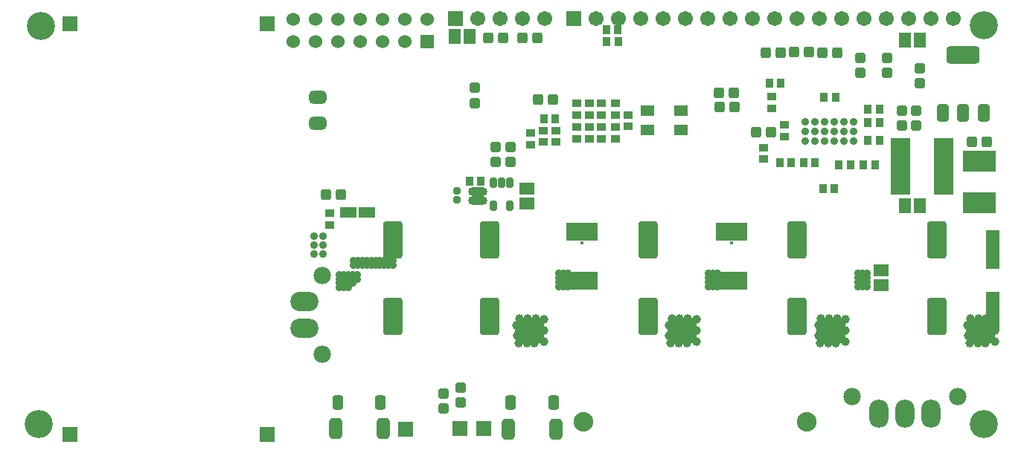
<source format=gbs>
G04*
G04 #@! TF.GenerationSoftware,Altium Limited,Altium Designer,20.0.11 (256)*
G04*
G04 Layer_Color=16711935*
%FSLAX25Y25*%
%MOIN*%
G70*
G01*
G75*
G04:AMPARAMS|DCode=50|XSize=59.18mil|YSize=94.61mil|CornerRadius=16.8mil|HoleSize=0mil|Usage=FLASHONLY|Rotation=0.000|XOffset=0mil|YOffset=0mil|HoleType=Round|Shape=RoundedRectangle|*
%AMROUNDEDRECTD50*
21,1,0.05918,0.06102,0,0,0.0*
21,1,0.02559,0.09461,0,0,0.0*
1,1,0.03359,0.01280,-0.03051*
1,1,0.03359,-0.01280,-0.03051*
1,1,0.03359,-0.01280,0.03051*
1,1,0.03359,0.01280,0.03051*
%
%ADD50ROUNDEDRECTD50*%
%ADD56C,0.01784*%
%ADD57R,0.07493X0.04737*%
%ADD58R,0.04147X0.03556*%
G04:AMPARAMS|DCode=62|XSize=47.37mil|YSize=43.43mil|CornerRadius=8.43mil|HoleSize=0mil|Usage=FLASHONLY|Rotation=90.000|XOffset=0mil|YOffset=0mil|HoleType=Round|Shape=RoundedRectangle|*
%AMROUNDEDRECTD62*
21,1,0.04737,0.02657,0,0,90.0*
21,1,0.03051,0.04343,0,0,90.0*
1,1,0.01686,0.01329,0.01526*
1,1,0.01686,0.01329,-0.01526*
1,1,0.01686,-0.01329,-0.01526*
1,1,0.01686,-0.01329,0.01526*
%
%ADD62ROUNDEDRECTD62*%
G04:AMPARAMS|DCode=63|XSize=47.37mil|YSize=43.43mil|CornerRadius=8.43mil|HoleSize=0mil|Usage=FLASHONLY|Rotation=180.000|XOffset=0mil|YOffset=0mil|HoleType=Round|Shape=RoundedRectangle|*
%AMROUNDEDRECTD63*
21,1,0.04737,0.02657,0,0,180.0*
21,1,0.03051,0.04343,0,0,180.0*
1,1,0.01686,-0.01526,0.01329*
1,1,0.01686,0.01526,0.01329*
1,1,0.01686,0.01526,-0.01329*
1,1,0.01686,-0.01526,-0.01329*
%
%ADD63ROUNDEDRECTD63*%
G04:AMPARAMS|DCode=66|XSize=31.62mil|YSize=31.62mil|CornerRadius=6.36mil|HoleSize=0mil|Usage=FLASHONLY|Rotation=180.000|XOffset=0mil|YOffset=0mil|HoleType=Round|Shape=RoundedRectangle|*
%AMROUNDEDRECTD66*
21,1,0.03162,0.01890,0,0,180.0*
21,1,0.01890,0.03162,0,0,180.0*
1,1,0.01272,-0.00945,0.00945*
1,1,0.01272,0.00945,0.00945*
1,1,0.01272,0.00945,-0.00945*
1,1,0.01272,-0.00945,-0.00945*
%
%ADD66ROUNDEDRECTD66*%
%ADD68R,0.06800X0.06800*%
%ADD69R,0.06000X0.06000*%
%ADD70C,0.06000*%
%ADD71C,0.07800*%
%ADD72O,0.12611X0.08674*%
G04:AMPARAMS|DCode=73|XSize=49.34mil|YSize=65.48mil|CornerRadius=14.34mil|HoleSize=0mil|Usage=FLASHONLY|Rotation=0.000|XOffset=0mil|YOffset=0mil|HoleType=Round|Shape=RoundedRectangle|*
%AMROUNDEDRECTD73*
21,1,0.04934,0.03681,0,0,0.0*
21,1,0.02067,0.06548,0,0,0.0*
1,1,0.02867,0.01034,-0.01841*
1,1,0.02867,-0.01034,-0.01841*
1,1,0.02867,-0.01034,0.01841*
1,1,0.02867,0.01034,0.01841*
%
%ADD73ROUNDEDRECTD73*%
%ADD74C,0.08800*%
%ADD75O,0.08674X0.12611*%
%ADD76C,0.12611*%
%ADD77C,0.06706*%
%ADD78R,0.06706X0.06706*%
%ADD79C,0.03556*%
%ADD80C,0.03950*%
%ADD132R,0.06299X0.17717*%
G04:AMPARAMS|DCode=133|XSize=57.21mil|YSize=76.9mil|CornerRadius=16.3mil|HoleSize=0mil|Usage=FLASHONLY|Rotation=90.000|XOffset=0mil|YOffset=0mil|HoleType=Round|Shape=RoundedRectangle|*
%AMROUNDEDRECTD133*
21,1,0.05721,0.04429,0,0,90.0*
21,1,0.02461,0.07690,0,0,90.0*
1,1,0.03261,0.02215,0.01230*
1,1,0.03261,0.02215,-0.01230*
1,1,0.03261,-0.02215,-0.01230*
1,1,0.03261,-0.02215,0.01230*
%
%ADD133ROUNDEDRECTD133*%
%ADD134R,0.06312X0.04737*%
%ADD135R,0.14580X0.09658*%
%ADD136R,0.14383X0.07887*%
%ADD137R,0.08595X0.25288*%
%ADD138R,0.05721X0.06509*%
%ADD139R,0.06509X0.05721*%
%ADD140R,0.03556X0.04147*%
%ADD141O,0.08674X0.03950*%
G04:AMPARAMS|DCode=142|XSize=145.8mil|YSize=76.9mil|CornerRadius=12.61mil|HoleSize=0mil|Usage=FLASHONLY|Rotation=180.000|XOffset=0mil|YOffset=0mil|HoleType=Round|Shape=RoundedRectangle|*
%AMROUNDEDRECTD142*
21,1,0.14580,0.05167,0,0,180.0*
21,1,0.12057,0.07690,0,0,180.0*
1,1,0.02522,-0.06029,0.02584*
1,1,0.02522,0.06029,0.02584*
1,1,0.02522,0.06029,-0.02584*
1,1,0.02522,-0.06029,-0.02584*
%
%ADD142ROUNDEDRECTD142*%
G04:AMPARAMS|DCode=143|XSize=51.31mil|YSize=76.9mil|CornerRadius=9.41mil|HoleSize=0mil|Usage=FLASHONLY|Rotation=180.000|XOffset=0mil|YOffset=0mil|HoleType=Round|Shape=RoundedRectangle|*
%AMROUNDEDRECTD143*
21,1,0.05131,0.05807,0,0,180.0*
21,1,0.03248,0.07690,0,0,180.0*
1,1,0.01883,-0.01624,0.02904*
1,1,0.01883,0.01624,0.02904*
1,1,0.01883,0.01624,-0.02904*
1,1,0.01883,-0.01624,-0.02904*
%
%ADD143ROUNDEDRECTD143*%
G04:AMPARAMS|DCode=144|XSize=51.31mil|YSize=76.9mil|CornerRadius=9.41mil|HoleSize=0mil|Usage=FLASHONLY|Rotation=180.000|XOffset=0mil|YOffset=0mil|HoleType=Round|Shape=RoundedRectangle|*
%AMROUNDEDRECTD144*
21,1,0.05131,0.05807,0,0,180.0*
21,1,0.03248,0.07690,0,0,180.0*
1,1,0.01883,-0.01624,0.02904*
1,1,0.01883,0.01624,0.02904*
1,1,0.01883,0.01624,-0.02904*
1,1,0.01883,-0.01624,-0.02904*
%
%ADD144ROUNDEDRECTD144*%
G04:AMPARAMS|DCode=145|XSize=31.62mil|YSize=47.37mil|CornerRadius=6.95mil|HoleSize=0mil|Usage=FLASHONLY|Rotation=0.000|XOffset=0mil|YOffset=0mil|HoleType=Round|Shape=RoundedRectangle|*
%AMROUNDEDRECTD145*
21,1,0.03162,0.03347,0,0,0.0*
21,1,0.01772,0.04737,0,0,0.0*
1,1,0.01391,0.00886,-0.01673*
1,1,0.01391,-0.00886,-0.01673*
1,1,0.01391,-0.00886,0.01673*
1,1,0.01391,0.00886,0.01673*
%
%ADD145ROUNDEDRECTD145*%
G04:AMPARAMS|DCode=146|XSize=86.74mil|YSize=169.42mil|CornerRadius=13.84mil|HoleSize=0mil|Usage=FLASHONLY|Rotation=180.000|XOffset=0mil|YOffset=0mil|HoleType=Round|Shape=RoundedRectangle|*
%AMROUNDEDRECTD146*
21,1,0.08674,0.14173,0,0,180.0*
21,1,0.05906,0.16942,0,0,180.0*
1,1,0.02769,-0.02953,0.07087*
1,1,0.02769,0.02953,0.07087*
1,1,0.02769,0.02953,-0.07087*
1,1,0.02769,-0.02953,-0.07087*
%
%ADD146ROUNDEDRECTD146*%
G36*
X222152Y55118D02*
X222152Y47638D01*
X224120Y45669D01*
X235144Y45669D01*
Y57086D01*
X227270D01*
X224120Y57086D01*
X222152Y55118D01*
D02*
G37*
G36*
X290262Y55118D02*
X290262Y47638D01*
X292231Y45669D01*
X303254Y45669D01*
Y57086D01*
X295380D01*
X292231Y57086D01*
X290262Y55118D01*
D02*
G37*
G36*
X357191D02*
X357191Y47638D01*
X359160Y45669D01*
X370183Y45669D01*
Y57086D01*
X362309D01*
X359160Y57086D01*
X357191Y55118D01*
D02*
G37*
G36*
X424121Y55118D02*
X424120Y47638D01*
X426089Y45669D01*
X437113Y45669D01*
Y57086D01*
X429239D01*
X426089Y57086D01*
X424121Y55118D01*
D02*
G37*
D50*
X218972Y7000D02*
D03*
X240428D02*
D03*
X141572Y7100D02*
D03*
X163028D02*
D03*
D56*
X252073Y90551D02*
D03*
Y92520D02*
D03*
X319002Y90551D02*
D03*
Y92520D02*
D03*
D57*
X147366Y104100D02*
D03*
X155634D02*
D03*
D58*
X228930Y134647D02*
D03*
Y139765D02*
D03*
X255308Y148033D02*
D03*
Y153151D02*
D03*
X260820Y148033D02*
D03*
Y153151D02*
D03*
X267119Y137403D02*
D03*
Y142521D02*
D03*
X255308Y137403D02*
D03*
Y142521D02*
D03*
X249796Y153151D02*
D03*
Y148033D02*
D03*
X267119D02*
D03*
Y153151D02*
D03*
X249796Y142521D02*
D03*
Y137403D02*
D03*
X260820Y142521D02*
D03*
Y137403D02*
D03*
X272631Y148033D02*
D03*
Y142915D02*
D03*
X240347Y135828D02*
D03*
Y140946D02*
D03*
X342600Y143459D02*
D03*
Y138341D02*
D03*
X337009Y151065D02*
D03*
Y156183D02*
D03*
X333465Y133349D02*
D03*
Y128231D02*
D03*
X234835Y135828D02*
D03*
Y140946D02*
D03*
X139100Y103859D02*
D03*
Y98741D02*
D03*
D62*
X137253Y112300D02*
D03*
X143947D02*
D03*
X232147Y182700D02*
D03*
X225453D02*
D03*
X216846D02*
D03*
X210154D02*
D03*
X336846Y140400D02*
D03*
X330153Y140400D02*
D03*
X320346Y151500D02*
D03*
X313653D02*
D03*
X319947Y158000D02*
D03*
X313253D02*
D03*
X359647Y176065D02*
D03*
X366339D02*
D03*
X347048Y176154D02*
D03*
X353741D02*
D03*
X334450Y176065D02*
D03*
X341143D02*
D03*
X238947Y155000D02*
D03*
X232254D02*
D03*
X426728Y136080D02*
D03*
X433421D02*
D03*
D63*
X401576Y143191D02*
D03*
Y149884D02*
D03*
X395276Y143191D02*
D03*
Y149884D02*
D03*
X388583Y166813D02*
D03*
Y173506D02*
D03*
X403400Y169046D02*
D03*
Y162353D02*
D03*
X376772Y173506D02*
D03*
Y166813D02*
D03*
X213400Y133647D02*
D03*
Y126953D02*
D03*
X220100Y126953D02*
D03*
Y133647D02*
D03*
X197700Y25646D02*
D03*
X197700Y18953D02*
D03*
X190200Y22946D02*
D03*
Y16253D02*
D03*
X204200Y160093D02*
D03*
Y153400D02*
D03*
D66*
X195900Y109831D02*
D03*
Y113768D02*
D03*
D68*
X197500Y7200D02*
D03*
X208100Y7100D02*
D03*
X173100Y6800D02*
D03*
X110900Y188900D02*
D03*
X22600Y188900D02*
D03*
X110900Y4500D02*
D03*
X22600D02*
D03*
D69*
X182800Y180900D02*
D03*
D70*
Y190900D02*
D03*
X172800Y180900D02*
D03*
Y190900D02*
D03*
X162800Y180900D02*
D03*
Y190900D02*
D03*
X152800Y180900D02*
D03*
Y190900D02*
D03*
X142800Y180900D02*
D03*
Y190900D02*
D03*
X132800Y180900D02*
D03*
Y190900D02*
D03*
X122800Y180900D02*
D03*
Y190900D02*
D03*
D71*
X135674Y76022D02*
D03*
Y40589D02*
D03*
X373089Y21674D02*
D03*
X420333D02*
D03*
D72*
X127800Y52400D02*
D03*
Y64211D02*
D03*
D73*
X220153Y18909D02*
D03*
X239247D02*
D03*
X142753Y19009D02*
D03*
X161847D02*
D03*
D74*
X352800Y10300D02*
D03*
X252800D02*
D03*
D75*
X384900Y13800D02*
D03*
X396711D02*
D03*
X408522D02*
D03*
D76*
X431900Y9100D02*
D03*
X9700Y187800D02*
D03*
X8600Y9200D02*
D03*
X432200Y188100D02*
D03*
D77*
X418500Y191300D02*
D03*
X408500D02*
D03*
X398500D02*
D03*
X388500D02*
D03*
X378500D02*
D03*
X368500D02*
D03*
X358500D02*
D03*
X348500D02*
D03*
X338500D02*
D03*
X328500D02*
D03*
X318500D02*
D03*
X308500D02*
D03*
X298500D02*
D03*
X288500D02*
D03*
X278500D02*
D03*
X268500D02*
D03*
X258500D02*
D03*
X235400Y191200D02*
D03*
X225400D02*
D03*
X215400D02*
D03*
X205400D02*
D03*
D78*
X248500Y191300D02*
D03*
X195400Y191200D02*
D03*
D79*
X373820Y144963D02*
D03*
Y140632D02*
D03*
Y136301D02*
D03*
X369489Y144963D02*
D03*
Y140632D02*
D03*
Y136301D02*
D03*
X365158Y144963D02*
D03*
Y140632D02*
D03*
Y136301D02*
D03*
X360827Y144963D02*
D03*
Y140632D02*
D03*
Y136301D02*
D03*
X356497Y144963D02*
D03*
Y140632D02*
D03*
Y136301D02*
D03*
X352166Y144963D02*
D03*
Y140632D02*
D03*
Y136301D02*
D03*
X131942Y85725D02*
D03*
X135880D02*
D03*
Y89662D02*
D03*
X131942D02*
D03*
Y93599D02*
D03*
X135880D02*
D03*
X149711Y80709D02*
D03*
X159554D02*
D03*
Y82677D02*
D03*
X149711D02*
D03*
X157585D02*
D03*
Y80709D02*
D03*
X167428Y82677D02*
D03*
Y80709D02*
D03*
X165459D02*
D03*
Y82677D02*
D03*
X155616Y80709D02*
D03*
Y82677D02*
D03*
X153648D02*
D03*
Y80709D02*
D03*
X163490Y82677D02*
D03*
Y80709D02*
D03*
X161522D02*
D03*
Y82677D02*
D03*
X151680Y80709D02*
D03*
Y82677D02*
D03*
X243806Y74803D02*
D03*
X241837Y76771D02*
D03*
X145380Y76378D02*
D03*
Y74409D02*
D03*
Y72441D02*
D03*
Y70472D02*
D03*
X147349D02*
D03*
Y72441D02*
D03*
Y74409D02*
D03*
Y76378D02*
D03*
X149317D02*
D03*
Y74409D02*
D03*
Y72441D02*
D03*
X151286Y74409D02*
D03*
Y76378D02*
D03*
X143412D02*
D03*
Y74409D02*
D03*
Y72441D02*
D03*
Y70472D02*
D03*
X241837Y70866D02*
D03*
Y72834D02*
D03*
Y74803D02*
D03*
X245774Y76771D02*
D03*
Y74803D02*
D03*
Y72834D02*
D03*
Y70866D02*
D03*
X243806D02*
D03*
Y72834D02*
D03*
Y76771D02*
D03*
X308766Y70866D02*
D03*
Y72834D02*
D03*
Y74803D02*
D03*
Y76771D02*
D03*
X312703D02*
D03*
Y74803D02*
D03*
Y72834D02*
D03*
Y70866D02*
D03*
X310735D02*
D03*
Y72834D02*
D03*
Y74803D02*
D03*
Y76771D02*
D03*
X375695Y70866D02*
D03*
Y72834D02*
D03*
Y74803D02*
D03*
Y76771D02*
D03*
X379632D02*
D03*
Y74803D02*
D03*
Y72834D02*
D03*
Y70866D02*
D03*
X377664D02*
D03*
Y72834D02*
D03*
Y74803D02*
D03*
Y76771D02*
D03*
D80*
X426089Y56693D02*
D03*
X429632D02*
D03*
X433176D02*
D03*
X425695Y45669D02*
D03*
X429239D02*
D03*
X432782D02*
D03*
X428156Y48917D02*
D03*
X437113Y46260D02*
D03*
Y51181D02*
D03*
Y56102D02*
D03*
X434652Y53445D02*
D03*
X434750Y48917D02*
D03*
X424809Y53445D02*
D03*
X424908Y48917D02*
D03*
X428057Y53445D02*
D03*
X431502Y48917D02*
D03*
X431404Y53445D02*
D03*
X359160Y56693D02*
D03*
X362703D02*
D03*
X366246D02*
D03*
X358766Y45669D02*
D03*
X362309D02*
D03*
X365853D02*
D03*
X361227Y48917D02*
D03*
X370183Y46260D02*
D03*
Y51181D02*
D03*
Y56102D02*
D03*
X367723Y53445D02*
D03*
X367821Y48917D02*
D03*
X357880Y53445D02*
D03*
X357979Y48917D02*
D03*
X361128Y53445D02*
D03*
X364573Y48917D02*
D03*
X364475Y53445D02*
D03*
X292231Y56693D02*
D03*
X295774D02*
D03*
X299317D02*
D03*
X291837Y45669D02*
D03*
X295380D02*
D03*
X298924D02*
D03*
X294298Y48917D02*
D03*
X303254Y46260D02*
D03*
Y51181D02*
D03*
Y56102D02*
D03*
X300794Y53445D02*
D03*
X300892Y48917D02*
D03*
X290951Y53445D02*
D03*
X291050Y48917D02*
D03*
X294199Y53445D02*
D03*
X297644Y48917D02*
D03*
X297546Y53445D02*
D03*
X224120Y56693D02*
D03*
X227664D02*
D03*
X231207D02*
D03*
X223727Y45669D02*
D03*
X227270D02*
D03*
X230813D02*
D03*
X226187Y48917D02*
D03*
X235144Y46260D02*
D03*
Y51181D02*
D03*
Y56102D02*
D03*
X232683Y53445D02*
D03*
X232782Y48917D02*
D03*
X222841Y53445D02*
D03*
X222939Y48917D02*
D03*
X226089Y53445D02*
D03*
X229534Y48917D02*
D03*
X229435Y53445D02*
D03*
D132*
X435931Y87598D02*
D03*
Y60039D02*
D03*
D133*
X133600Y155905D02*
D03*
Y144095D02*
D03*
D134*
X281292Y141143D02*
D03*
X296253D02*
D03*
X281292Y149805D02*
D03*
X296253D02*
D03*
D135*
X429900Y127150D02*
D03*
Y108449D02*
D03*
D136*
X319002Y95571D02*
D03*
Y73720D02*
D03*
X252073Y95571D02*
D03*
Y73720D02*
D03*
D137*
X414016Y124884D02*
D03*
X394647D02*
D03*
D138*
X201847Y183100D02*
D03*
X195153D02*
D03*
X403347Y181577D02*
D03*
X396654D02*
D03*
X403246Y107400D02*
D03*
X396553D02*
D03*
D139*
X227415Y114890D02*
D03*
Y108196D02*
D03*
X385931Y78149D02*
D03*
Y71457D02*
D03*
D140*
X240150Y146261D02*
D03*
X235032D02*
D03*
X380119Y150475D02*
D03*
X385237D02*
D03*
X380119Y136695D02*
D03*
X385237D02*
D03*
X380119Y144569D02*
D03*
X385237D02*
D03*
X383268Y125672D02*
D03*
X378150D02*
D03*
X372245D02*
D03*
X367127D02*
D03*
X365158Y115042D02*
D03*
X360040D02*
D03*
X360434Y155987D02*
D03*
X365552D02*
D03*
X356497Y126459D02*
D03*
X351379D02*
D03*
X341142Y162286D02*
D03*
X336024D02*
D03*
X340749Y126459D02*
D03*
X345867D02*
D03*
X268159Y186200D02*
D03*
X263041D02*
D03*
X268259Y180900D02*
D03*
X263141D02*
D03*
X206746Y118236D02*
D03*
X201628D02*
D03*
D141*
X205368Y109574D02*
D03*
Y113512D02*
D03*
D142*
X422835Y174884D02*
D03*
D143*
X413780Y148900D02*
D03*
X422835D02*
D03*
D144*
X431890D02*
D03*
D145*
X212258Y107212D02*
D03*
X219738Y117448D02*
D03*
X215998D02*
D03*
X212258D02*
D03*
X219738Y107212D02*
D03*
D146*
X281601Y57677D02*
D03*
Y91929D02*
D03*
X411128Y57677D02*
D03*
Y91929D02*
D03*
X167428Y57677D02*
D03*
Y91929D02*
D03*
X210735Y57677D02*
D03*
Y91929D02*
D03*
X348530Y57677D02*
D03*
Y91929D02*
D03*
M02*

</source>
